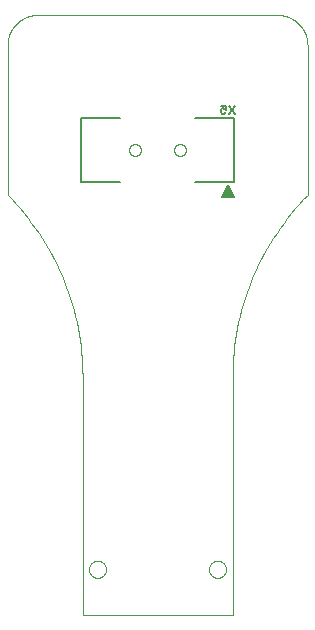
<source format=gbo>
G75*
%MOIN*%
%OFA0B0*%
%FSLAX25Y25*%
%IPPOS*%
%LPD*%
%AMOC8*
5,1,8,0,0,1.08239X$1,22.5*
%
%ADD10C,0.00000*%
%ADD11C,0.00600*%
%ADD12C,0.00500*%
D10*
X0026000Y0001000D02*
X0026000Y0080645D01*
X0025976Y0082676D01*
X0025903Y0084706D01*
X0025783Y0086734D01*
X0025614Y0088759D01*
X0025396Y0090778D01*
X0025131Y0092792D01*
X0024818Y0094799D01*
X0024458Y0096799D01*
X0024049Y0098789D01*
X0023594Y0100768D01*
X0023092Y0102736D01*
X0022543Y0104692D01*
X0021947Y0106634D01*
X0021306Y0108562D01*
X0020618Y0110474D01*
X0019886Y0112368D01*
X0019108Y0114245D01*
X0018287Y0116103D01*
X0017421Y0117940D01*
X0016512Y0119757D01*
X0015559Y0121551D01*
X0014565Y0123322D01*
X0013528Y0125070D01*
X0012450Y0126791D01*
X0011332Y0128487D01*
X0010173Y0130156D01*
X0008975Y0131796D01*
X0007739Y0133408D01*
X0006464Y0134990D01*
X0005152Y0136541D01*
X0003804Y0138060D01*
X0002419Y0139547D01*
X0001000Y0141000D01*
X0001000Y0191000D01*
X0001003Y0191242D01*
X0001012Y0191483D01*
X0001026Y0191724D01*
X0001047Y0191965D01*
X0001073Y0192205D01*
X0001105Y0192445D01*
X0001143Y0192684D01*
X0001186Y0192921D01*
X0001236Y0193158D01*
X0001291Y0193393D01*
X0001351Y0193627D01*
X0001418Y0193859D01*
X0001489Y0194090D01*
X0001567Y0194319D01*
X0001650Y0194546D01*
X0001738Y0194771D01*
X0001832Y0194994D01*
X0001931Y0195214D01*
X0002036Y0195432D01*
X0002145Y0195647D01*
X0002260Y0195860D01*
X0002380Y0196070D01*
X0002505Y0196276D01*
X0002635Y0196480D01*
X0002770Y0196681D01*
X0002910Y0196878D01*
X0003054Y0197072D01*
X0003203Y0197262D01*
X0003357Y0197448D01*
X0003515Y0197631D01*
X0003677Y0197810D01*
X0003844Y0197985D01*
X0004015Y0198156D01*
X0004190Y0198323D01*
X0004369Y0198485D01*
X0004552Y0198643D01*
X0004738Y0198797D01*
X0004928Y0198946D01*
X0005122Y0199090D01*
X0005319Y0199230D01*
X0005520Y0199365D01*
X0005724Y0199495D01*
X0005930Y0199620D01*
X0006140Y0199740D01*
X0006353Y0199855D01*
X0006568Y0199964D01*
X0006786Y0200069D01*
X0007006Y0200168D01*
X0007229Y0200262D01*
X0007454Y0200350D01*
X0007681Y0200433D01*
X0007910Y0200511D01*
X0008141Y0200582D01*
X0008373Y0200649D01*
X0008607Y0200709D01*
X0008842Y0200764D01*
X0009079Y0200814D01*
X0009316Y0200857D01*
X0009555Y0200895D01*
X0009795Y0200927D01*
X0010035Y0200953D01*
X0010276Y0200974D01*
X0010517Y0200988D01*
X0010758Y0200997D01*
X0011000Y0201000D01*
X0091000Y0201000D01*
X0091242Y0200997D01*
X0091483Y0200988D01*
X0091724Y0200974D01*
X0091965Y0200953D01*
X0092205Y0200927D01*
X0092445Y0200895D01*
X0092684Y0200857D01*
X0092921Y0200814D01*
X0093158Y0200764D01*
X0093393Y0200709D01*
X0093627Y0200649D01*
X0093859Y0200582D01*
X0094090Y0200511D01*
X0094319Y0200433D01*
X0094546Y0200350D01*
X0094771Y0200262D01*
X0094994Y0200168D01*
X0095214Y0200069D01*
X0095432Y0199964D01*
X0095647Y0199855D01*
X0095860Y0199740D01*
X0096070Y0199620D01*
X0096276Y0199495D01*
X0096480Y0199365D01*
X0096681Y0199230D01*
X0096878Y0199090D01*
X0097072Y0198946D01*
X0097262Y0198797D01*
X0097448Y0198643D01*
X0097631Y0198485D01*
X0097810Y0198323D01*
X0097985Y0198156D01*
X0098156Y0197985D01*
X0098323Y0197810D01*
X0098485Y0197631D01*
X0098643Y0197448D01*
X0098797Y0197262D01*
X0098946Y0197072D01*
X0099090Y0196878D01*
X0099230Y0196681D01*
X0099365Y0196480D01*
X0099495Y0196276D01*
X0099620Y0196070D01*
X0099740Y0195860D01*
X0099855Y0195647D01*
X0099964Y0195432D01*
X0100069Y0195214D01*
X0100168Y0194994D01*
X0100262Y0194771D01*
X0100350Y0194546D01*
X0100433Y0194319D01*
X0100511Y0194090D01*
X0100582Y0193859D01*
X0100649Y0193627D01*
X0100709Y0193393D01*
X0100764Y0193158D01*
X0100814Y0192921D01*
X0100857Y0192684D01*
X0100895Y0192445D01*
X0100927Y0192205D01*
X0100953Y0191965D01*
X0100974Y0191724D01*
X0100988Y0191483D01*
X0100997Y0191242D01*
X0101000Y0191000D01*
X0101000Y0141000D01*
X0076000Y0080645D02*
X0076000Y0001000D01*
X0026000Y0001000D01*
X0028146Y0016197D02*
X0028148Y0016304D01*
X0028154Y0016410D01*
X0028164Y0016517D01*
X0028178Y0016622D01*
X0028196Y0016728D01*
X0028218Y0016832D01*
X0028243Y0016936D01*
X0028273Y0017038D01*
X0028306Y0017140D01*
X0028343Y0017240D01*
X0028384Y0017338D01*
X0028429Y0017435D01*
X0028477Y0017531D01*
X0028528Y0017624D01*
X0028583Y0017715D01*
X0028642Y0017805D01*
X0028704Y0017892D01*
X0028769Y0017976D01*
X0028837Y0018059D01*
X0028908Y0018138D01*
X0028982Y0018215D01*
X0029059Y0018289D01*
X0029138Y0018360D01*
X0029221Y0018428D01*
X0029305Y0018493D01*
X0029392Y0018555D01*
X0029482Y0018614D01*
X0029573Y0018669D01*
X0029666Y0018720D01*
X0029762Y0018768D01*
X0029859Y0018813D01*
X0029957Y0018854D01*
X0030057Y0018891D01*
X0030159Y0018924D01*
X0030261Y0018954D01*
X0030365Y0018979D01*
X0030469Y0019001D01*
X0030575Y0019019D01*
X0030680Y0019033D01*
X0030787Y0019043D01*
X0030893Y0019049D01*
X0031000Y0019051D01*
X0031107Y0019049D01*
X0031213Y0019043D01*
X0031320Y0019033D01*
X0031425Y0019019D01*
X0031531Y0019001D01*
X0031635Y0018979D01*
X0031739Y0018954D01*
X0031841Y0018924D01*
X0031943Y0018891D01*
X0032043Y0018854D01*
X0032141Y0018813D01*
X0032238Y0018768D01*
X0032334Y0018720D01*
X0032427Y0018669D01*
X0032518Y0018614D01*
X0032608Y0018555D01*
X0032695Y0018493D01*
X0032779Y0018428D01*
X0032862Y0018360D01*
X0032941Y0018289D01*
X0033018Y0018215D01*
X0033092Y0018138D01*
X0033163Y0018059D01*
X0033231Y0017976D01*
X0033296Y0017892D01*
X0033358Y0017805D01*
X0033417Y0017715D01*
X0033472Y0017624D01*
X0033523Y0017531D01*
X0033571Y0017435D01*
X0033616Y0017338D01*
X0033657Y0017240D01*
X0033694Y0017140D01*
X0033727Y0017038D01*
X0033757Y0016936D01*
X0033782Y0016832D01*
X0033804Y0016728D01*
X0033822Y0016622D01*
X0033836Y0016517D01*
X0033846Y0016410D01*
X0033852Y0016304D01*
X0033854Y0016197D01*
X0033852Y0016090D01*
X0033846Y0015984D01*
X0033836Y0015877D01*
X0033822Y0015772D01*
X0033804Y0015666D01*
X0033782Y0015562D01*
X0033757Y0015458D01*
X0033727Y0015356D01*
X0033694Y0015254D01*
X0033657Y0015154D01*
X0033616Y0015056D01*
X0033571Y0014959D01*
X0033523Y0014863D01*
X0033472Y0014770D01*
X0033417Y0014679D01*
X0033358Y0014589D01*
X0033296Y0014502D01*
X0033231Y0014418D01*
X0033163Y0014335D01*
X0033092Y0014256D01*
X0033018Y0014179D01*
X0032941Y0014105D01*
X0032862Y0014034D01*
X0032779Y0013966D01*
X0032695Y0013901D01*
X0032608Y0013839D01*
X0032518Y0013780D01*
X0032427Y0013725D01*
X0032334Y0013674D01*
X0032238Y0013626D01*
X0032141Y0013581D01*
X0032043Y0013540D01*
X0031943Y0013503D01*
X0031841Y0013470D01*
X0031739Y0013440D01*
X0031635Y0013415D01*
X0031531Y0013393D01*
X0031425Y0013375D01*
X0031320Y0013361D01*
X0031213Y0013351D01*
X0031107Y0013345D01*
X0031000Y0013343D01*
X0030893Y0013345D01*
X0030787Y0013351D01*
X0030680Y0013361D01*
X0030575Y0013375D01*
X0030469Y0013393D01*
X0030365Y0013415D01*
X0030261Y0013440D01*
X0030159Y0013470D01*
X0030057Y0013503D01*
X0029957Y0013540D01*
X0029859Y0013581D01*
X0029762Y0013626D01*
X0029666Y0013674D01*
X0029573Y0013725D01*
X0029482Y0013780D01*
X0029392Y0013839D01*
X0029305Y0013901D01*
X0029221Y0013966D01*
X0029138Y0014034D01*
X0029059Y0014105D01*
X0028982Y0014179D01*
X0028908Y0014256D01*
X0028837Y0014335D01*
X0028769Y0014418D01*
X0028704Y0014502D01*
X0028642Y0014589D01*
X0028583Y0014679D01*
X0028528Y0014770D01*
X0028477Y0014863D01*
X0028429Y0014959D01*
X0028384Y0015056D01*
X0028343Y0015154D01*
X0028306Y0015254D01*
X0028273Y0015356D01*
X0028243Y0015458D01*
X0028218Y0015562D01*
X0028196Y0015666D01*
X0028178Y0015772D01*
X0028164Y0015877D01*
X0028154Y0015984D01*
X0028148Y0016090D01*
X0028146Y0016197D01*
X0068146Y0016197D02*
X0068148Y0016304D01*
X0068154Y0016410D01*
X0068164Y0016517D01*
X0068178Y0016622D01*
X0068196Y0016728D01*
X0068218Y0016832D01*
X0068243Y0016936D01*
X0068273Y0017038D01*
X0068306Y0017140D01*
X0068343Y0017240D01*
X0068384Y0017338D01*
X0068429Y0017435D01*
X0068477Y0017531D01*
X0068528Y0017624D01*
X0068583Y0017715D01*
X0068642Y0017805D01*
X0068704Y0017892D01*
X0068769Y0017976D01*
X0068837Y0018059D01*
X0068908Y0018138D01*
X0068982Y0018215D01*
X0069059Y0018289D01*
X0069138Y0018360D01*
X0069221Y0018428D01*
X0069305Y0018493D01*
X0069392Y0018555D01*
X0069482Y0018614D01*
X0069573Y0018669D01*
X0069666Y0018720D01*
X0069762Y0018768D01*
X0069859Y0018813D01*
X0069957Y0018854D01*
X0070057Y0018891D01*
X0070159Y0018924D01*
X0070261Y0018954D01*
X0070365Y0018979D01*
X0070469Y0019001D01*
X0070575Y0019019D01*
X0070680Y0019033D01*
X0070787Y0019043D01*
X0070893Y0019049D01*
X0071000Y0019051D01*
X0071107Y0019049D01*
X0071213Y0019043D01*
X0071320Y0019033D01*
X0071425Y0019019D01*
X0071531Y0019001D01*
X0071635Y0018979D01*
X0071739Y0018954D01*
X0071841Y0018924D01*
X0071943Y0018891D01*
X0072043Y0018854D01*
X0072141Y0018813D01*
X0072238Y0018768D01*
X0072334Y0018720D01*
X0072427Y0018669D01*
X0072518Y0018614D01*
X0072608Y0018555D01*
X0072695Y0018493D01*
X0072779Y0018428D01*
X0072862Y0018360D01*
X0072941Y0018289D01*
X0073018Y0018215D01*
X0073092Y0018138D01*
X0073163Y0018059D01*
X0073231Y0017976D01*
X0073296Y0017892D01*
X0073358Y0017805D01*
X0073417Y0017715D01*
X0073472Y0017624D01*
X0073523Y0017531D01*
X0073571Y0017435D01*
X0073616Y0017338D01*
X0073657Y0017240D01*
X0073694Y0017140D01*
X0073727Y0017038D01*
X0073757Y0016936D01*
X0073782Y0016832D01*
X0073804Y0016728D01*
X0073822Y0016622D01*
X0073836Y0016517D01*
X0073846Y0016410D01*
X0073852Y0016304D01*
X0073854Y0016197D01*
X0073852Y0016090D01*
X0073846Y0015984D01*
X0073836Y0015877D01*
X0073822Y0015772D01*
X0073804Y0015666D01*
X0073782Y0015562D01*
X0073757Y0015458D01*
X0073727Y0015356D01*
X0073694Y0015254D01*
X0073657Y0015154D01*
X0073616Y0015056D01*
X0073571Y0014959D01*
X0073523Y0014863D01*
X0073472Y0014770D01*
X0073417Y0014679D01*
X0073358Y0014589D01*
X0073296Y0014502D01*
X0073231Y0014418D01*
X0073163Y0014335D01*
X0073092Y0014256D01*
X0073018Y0014179D01*
X0072941Y0014105D01*
X0072862Y0014034D01*
X0072779Y0013966D01*
X0072695Y0013901D01*
X0072608Y0013839D01*
X0072518Y0013780D01*
X0072427Y0013725D01*
X0072334Y0013674D01*
X0072238Y0013626D01*
X0072141Y0013581D01*
X0072043Y0013540D01*
X0071943Y0013503D01*
X0071841Y0013470D01*
X0071739Y0013440D01*
X0071635Y0013415D01*
X0071531Y0013393D01*
X0071425Y0013375D01*
X0071320Y0013361D01*
X0071213Y0013351D01*
X0071107Y0013345D01*
X0071000Y0013343D01*
X0070893Y0013345D01*
X0070787Y0013351D01*
X0070680Y0013361D01*
X0070575Y0013375D01*
X0070469Y0013393D01*
X0070365Y0013415D01*
X0070261Y0013440D01*
X0070159Y0013470D01*
X0070057Y0013503D01*
X0069957Y0013540D01*
X0069859Y0013581D01*
X0069762Y0013626D01*
X0069666Y0013674D01*
X0069573Y0013725D01*
X0069482Y0013780D01*
X0069392Y0013839D01*
X0069305Y0013901D01*
X0069221Y0013966D01*
X0069138Y0014034D01*
X0069059Y0014105D01*
X0068982Y0014179D01*
X0068908Y0014256D01*
X0068837Y0014335D01*
X0068769Y0014418D01*
X0068704Y0014502D01*
X0068642Y0014589D01*
X0068583Y0014679D01*
X0068528Y0014770D01*
X0068477Y0014863D01*
X0068429Y0014959D01*
X0068384Y0015056D01*
X0068343Y0015154D01*
X0068306Y0015254D01*
X0068273Y0015356D01*
X0068243Y0015458D01*
X0068218Y0015562D01*
X0068196Y0015666D01*
X0068178Y0015772D01*
X0068164Y0015877D01*
X0068154Y0015984D01*
X0068148Y0016090D01*
X0068146Y0016197D01*
X0076000Y0080645D02*
X0076024Y0082676D01*
X0076097Y0084706D01*
X0076217Y0086734D01*
X0076386Y0088759D01*
X0076604Y0090778D01*
X0076869Y0092792D01*
X0077182Y0094799D01*
X0077542Y0096799D01*
X0077951Y0098789D01*
X0078406Y0100768D01*
X0078908Y0102736D01*
X0079457Y0104692D01*
X0080053Y0106634D01*
X0080694Y0108562D01*
X0081382Y0110474D01*
X0082114Y0112368D01*
X0082892Y0114245D01*
X0083713Y0116103D01*
X0084579Y0117940D01*
X0085488Y0119757D01*
X0086441Y0121551D01*
X0087435Y0123322D01*
X0088472Y0125070D01*
X0089550Y0126791D01*
X0090668Y0128487D01*
X0091827Y0130156D01*
X0093025Y0131796D01*
X0094261Y0133408D01*
X0095536Y0134990D01*
X0096848Y0136541D01*
X0098196Y0138060D01*
X0099581Y0139547D01*
X0101000Y0141000D01*
X0056531Y0156000D02*
X0056533Y0156088D01*
X0056539Y0156176D01*
X0056549Y0156264D01*
X0056563Y0156352D01*
X0056580Y0156438D01*
X0056602Y0156524D01*
X0056627Y0156608D01*
X0056657Y0156692D01*
X0056689Y0156774D01*
X0056726Y0156854D01*
X0056766Y0156933D01*
X0056810Y0157010D01*
X0056857Y0157085D01*
X0056907Y0157157D01*
X0056961Y0157228D01*
X0057017Y0157295D01*
X0057077Y0157361D01*
X0057139Y0157423D01*
X0057205Y0157483D01*
X0057272Y0157539D01*
X0057343Y0157593D01*
X0057415Y0157643D01*
X0057490Y0157690D01*
X0057567Y0157734D01*
X0057646Y0157774D01*
X0057726Y0157811D01*
X0057808Y0157843D01*
X0057892Y0157873D01*
X0057976Y0157898D01*
X0058062Y0157920D01*
X0058148Y0157937D01*
X0058236Y0157951D01*
X0058324Y0157961D01*
X0058412Y0157967D01*
X0058500Y0157969D01*
X0058588Y0157967D01*
X0058676Y0157961D01*
X0058764Y0157951D01*
X0058852Y0157937D01*
X0058938Y0157920D01*
X0059024Y0157898D01*
X0059108Y0157873D01*
X0059192Y0157843D01*
X0059274Y0157811D01*
X0059354Y0157774D01*
X0059433Y0157734D01*
X0059510Y0157690D01*
X0059585Y0157643D01*
X0059657Y0157593D01*
X0059728Y0157539D01*
X0059795Y0157483D01*
X0059861Y0157423D01*
X0059923Y0157361D01*
X0059983Y0157295D01*
X0060039Y0157228D01*
X0060093Y0157157D01*
X0060143Y0157085D01*
X0060190Y0157010D01*
X0060234Y0156933D01*
X0060274Y0156854D01*
X0060311Y0156774D01*
X0060343Y0156692D01*
X0060373Y0156608D01*
X0060398Y0156524D01*
X0060420Y0156438D01*
X0060437Y0156352D01*
X0060451Y0156264D01*
X0060461Y0156176D01*
X0060467Y0156088D01*
X0060469Y0156000D01*
X0060467Y0155912D01*
X0060461Y0155824D01*
X0060451Y0155736D01*
X0060437Y0155648D01*
X0060420Y0155562D01*
X0060398Y0155476D01*
X0060373Y0155392D01*
X0060343Y0155308D01*
X0060311Y0155226D01*
X0060274Y0155146D01*
X0060234Y0155067D01*
X0060190Y0154990D01*
X0060143Y0154915D01*
X0060093Y0154843D01*
X0060039Y0154772D01*
X0059983Y0154705D01*
X0059923Y0154639D01*
X0059861Y0154577D01*
X0059795Y0154517D01*
X0059728Y0154461D01*
X0059657Y0154407D01*
X0059585Y0154357D01*
X0059510Y0154310D01*
X0059433Y0154266D01*
X0059354Y0154226D01*
X0059274Y0154189D01*
X0059192Y0154157D01*
X0059108Y0154127D01*
X0059024Y0154102D01*
X0058938Y0154080D01*
X0058852Y0154063D01*
X0058764Y0154049D01*
X0058676Y0154039D01*
X0058588Y0154033D01*
X0058500Y0154031D01*
X0058412Y0154033D01*
X0058324Y0154039D01*
X0058236Y0154049D01*
X0058148Y0154063D01*
X0058062Y0154080D01*
X0057976Y0154102D01*
X0057892Y0154127D01*
X0057808Y0154157D01*
X0057726Y0154189D01*
X0057646Y0154226D01*
X0057567Y0154266D01*
X0057490Y0154310D01*
X0057415Y0154357D01*
X0057343Y0154407D01*
X0057272Y0154461D01*
X0057205Y0154517D01*
X0057139Y0154577D01*
X0057077Y0154639D01*
X0057017Y0154705D01*
X0056961Y0154772D01*
X0056907Y0154843D01*
X0056857Y0154915D01*
X0056810Y0154990D01*
X0056766Y0155067D01*
X0056726Y0155146D01*
X0056689Y0155226D01*
X0056657Y0155308D01*
X0056627Y0155392D01*
X0056602Y0155476D01*
X0056580Y0155562D01*
X0056563Y0155648D01*
X0056549Y0155736D01*
X0056539Y0155824D01*
X0056533Y0155912D01*
X0056531Y0156000D01*
X0041531Y0156000D02*
X0041533Y0156088D01*
X0041539Y0156176D01*
X0041549Y0156264D01*
X0041563Y0156352D01*
X0041580Y0156438D01*
X0041602Y0156524D01*
X0041627Y0156608D01*
X0041657Y0156692D01*
X0041689Y0156774D01*
X0041726Y0156854D01*
X0041766Y0156933D01*
X0041810Y0157010D01*
X0041857Y0157085D01*
X0041907Y0157157D01*
X0041961Y0157228D01*
X0042017Y0157295D01*
X0042077Y0157361D01*
X0042139Y0157423D01*
X0042205Y0157483D01*
X0042272Y0157539D01*
X0042343Y0157593D01*
X0042415Y0157643D01*
X0042490Y0157690D01*
X0042567Y0157734D01*
X0042646Y0157774D01*
X0042726Y0157811D01*
X0042808Y0157843D01*
X0042892Y0157873D01*
X0042976Y0157898D01*
X0043062Y0157920D01*
X0043148Y0157937D01*
X0043236Y0157951D01*
X0043324Y0157961D01*
X0043412Y0157967D01*
X0043500Y0157969D01*
X0043588Y0157967D01*
X0043676Y0157961D01*
X0043764Y0157951D01*
X0043852Y0157937D01*
X0043938Y0157920D01*
X0044024Y0157898D01*
X0044108Y0157873D01*
X0044192Y0157843D01*
X0044274Y0157811D01*
X0044354Y0157774D01*
X0044433Y0157734D01*
X0044510Y0157690D01*
X0044585Y0157643D01*
X0044657Y0157593D01*
X0044728Y0157539D01*
X0044795Y0157483D01*
X0044861Y0157423D01*
X0044923Y0157361D01*
X0044983Y0157295D01*
X0045039Y0157228D01*
X0045093Y0157157D01*
X0045143Y0157085D01*
X0045190Y0157010D01*
X0045234Y0156933D01*
X0045274Y0156854D01*
X0045311Y0156774D01*
X0045343Y0156692D01*
X0045373Y0156608D01*
X0045398Y0156524D01*
X0045420Y0156438D01*
X0045437Y0156352D01*
X0045451Y0156264D01*
X0045461Y0156176D01*
X0045467Y0156088D01*
X0045469Y0156000D01*
X0045467Y0155912D01*
X0045461Y0155824D01*
X0045451Y0155736D01*
X0045437Y0155648D01*
X0045420Y0155562D01*
X0045398Y0155476D01*
X0045373Y0155392D01*
X0045343Y0155308D01*
X0045311Y0155226D01*
X0045274Y0155146D01*
X0045234Y0155067D01*
X0045190Y0154990D01*
X0045143Y0154915D01*
X0045093Y0154843D01*
X0045039Y0154772D01*
X0044983Y0154705D01*
X0044923Y0154639D01*
X0044861Y0154577D01*
X0044795Y0154517D01*
X0044728Y0154461D01*
X0044657Y0154407D01*
X0044585Y0154357D01*
X0044510Y0154310D01*
X0044433Y0154266D01*
X0044354Y0154226D01*
X0044274Y0154189D01*
X0044192Y0154157D01*
X0044108Y0154127D01*
X0044024Y0154102D01*
X0043938Y0154080D01*
X0043852Y0154063D01*
X0043764Y0154049D01*
X0043676Y0154039D01*
X0043588Y0154033D01*
X0043500Y0154031D01*
X0043412Y0154033D01*
X0043324Y0154039D01*
X0043236Y0154049D01*
X0043148Y0154063D01*
X0043062Y0154080D01*
X0042976Y0154102D01*
X0042892Y0154127D01*
X0042808Y0154157D01*
X0042726Y0154189D01*
X0042646Y0154226D01*
X0042567Y0154266D01*
X0042490Y0154310D01*
X0042415Y0154357D01*
X0042343Y0154407D01*
X0042272Y0154461D01*
X0042205Y0154517D01*
X0042139Y0154577D01*
X0042077Y0154639D01*
X0042017Y0154705D01*
X0041961Y0154772D01*
X0041907Y0154843D01*
X0041857Y0154915D01*
X0041810Y0154990D01*
X0041766Y0155067D01*
X0041726Y0155146D01*
X0041689Y0155226D01*
X0041657Y0155308D01*
X0041627Y0155392D01*
X0041602Y0155476D01*
X0041580Y0155562D01*
X0041563Y0155648D01*
X0041549Y0155736D01*
X0041539Y0155824D01*
X0041533Y0155912D01*
X0041531Y0156000D01*
D11*
X0072003Y0168545D02*
X0072437Y0168111D01*
X0073304Y0168111D01*
X0073738Y0168545D01*
X0073738Y0169412D02*
X0072870Y0169846D01*
X0072437Y0169846D01*
X0072003Y0169412D01*
X0072003Y0168545D01*
X0072003Y0170713D02*
X0073738Y0170713D01*
X0073738Y0169412D01*
X0074949Y0168111D02*
X0076684Y0170713D01*
X0074949Y0170713D02*
X0076684Y0168111D01*
D12*
X0076591Y0166630D02*
X0076591Y0145370D01*
X0063598Y0145370D01*
X0072819Y0140583D02*
X0076425Y0140583D01*
X0076591Y0140252D02*
X0074622Y0144189D01*
X0072654Y0140252D01*
X0076591Y0140252D01*
X0076176Y0141082D02*
X0073068Y0141082D01*
X0073318Y0141580D02*
X0075926Y0141580D01*
X0075677Y0142079D02*
X0073567Y0142079D01*
X0073816Y0142577D02*
X0075428Y0142577D01*
X0075179Y0143076D02*
X0074065Y0143076D01*
X0074315Y0143574D02*
X0074929Y0143574D01*
X0074680Y0144073D02*
X0074564Y0144073D01*
X0076591Y0166630D02*
X0063598Y0166630D01*
X0038402Y0166630D02*
X0025409Y0166630D01*
X0025409Y0145370D01*
X0038402Y0145370D01*
M02*

</source>
